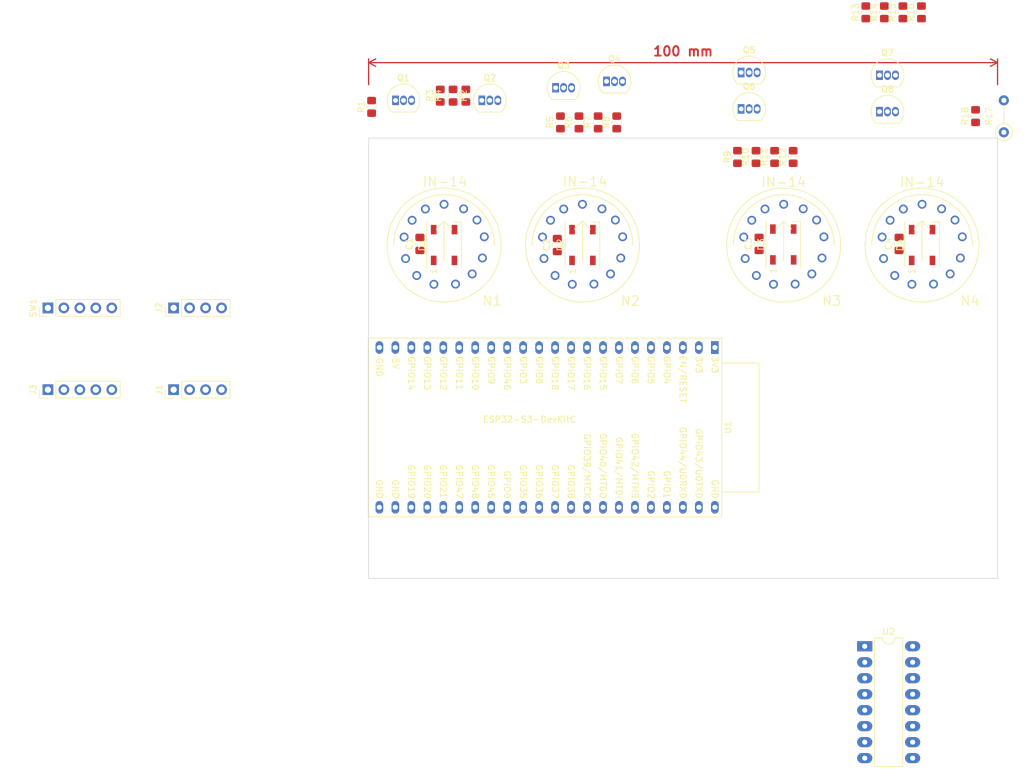
<source format=kicad_pcb>
(kicad_pcb (version 20221018) (generator pcbnew)

  (general
    (thickness 1.6)
  )

  (paper "A4")
  (layers
    (0 "F.Cu" signal)
    (31 "B.Cu" signal)
    (32 "B.Adhes" user "B.Adhesive")
    (33 "F.Adhes" user "F.Adhesive")
    (34 "B.Paste" user)
    (35 "F.Paste" user)
    (36 "B.SilkS" user "B.Silkscreen")
    (37 "F.SilkS" user "F.Silkscreen")
    (38 "B.Mask" user)
    (39 "F.Mask" user)
    (40 "Dwgs.User" user "User.Drawings")
    (41 "Cmts.User" user "User.Comments")
    (42 "Eco1.User" user "User.Eco1")
    (43 "Eco2.User" user "User.Eco2")
    (44 "Edge.Cuts" user)
    (45 "Margin" user)
    (46 "B.CrtYd" user "B.Courtyard")
    (47 "F.CrtYd" user "F.Courtyard")
    (48 "B.Fab" user)
    (49 "F.Fab" user)
    (50 "User.1" user)
    (51 "User.2" user)
    (52 "User.3" user)
    (53 "User.4" user)
    (54 "User.5" user)
    (55 "User.6" user)
    (56 "User.7" user)
    (57 "User.8" user)
    (58 "User.9" user)
  )

  (setup
    (stackup
      (layer "F.SilkS" (type "Top Silk Screen"))
      (layer "F.Paste" (type "Top Solder Paste"))
      (layer "F.Mask" (type "Top Solder Mask") (thickness 0.01))
      (layer "F.Cu" (type "copper") (thickness 0.035))
      (layer "dielectric 1" (type "core") (thickness 1.51) (material "FR4") (epsilon_r 4.5) (loss_tangent 0.02))
      (layer "B.Cu" (type "copper") (thickness 0.035))
      (layer "B.Mask" (type "Bottom Solder Mask") (thickness 0.01))
      (layer "B.Paste" (type "Bottom Solder Paste"))
      (layer "B.SilkS" (type "Bottom Silk Screen"))
      (copper_finish "None")
      (dielectric_constraints no)
    )
    (pad_to_mask_clearance 0)
    (grid_origin 50.8 50.8)
    (pcbplotparams
      (layerselection 0x00010fc_ffffffff)
      (plot_on_all_layers_selection 0x0000000_00000000)
      (disableapertmacros false)
      (usegerberextensions false)
      (usegerberattributes true)
      (usegerberadvancedattributes true)
      (creategerberjobfile true)
      (dashed_line_dash_ratio 12.000000)
      (dashed_line_gap_ratio 3.000000)
      (svgprecision 4)
      (plotframeref false)
      (viasonmask false)
      (mode 1)
      (useauxorigin false)
      (hpglpennumber 1)
      (hpglpenspeed 20)
      (hpglpendiameter 15.000000)
      (dxfpolygonmode true)
      (dxfimperialunits true)
      (dxfusepcbnewfont true)
      (psnegative false)
      (psa4output false)
      (plotreference true)
      (plotvalue true)
      (plotinvisibletext false)
      (sketchpadsonfab false)
      (subtractmaskfromsilk false)
      (outputformat 1)
      (mirror false)
      (drillshape 1)
      (scaleselection 1)
      (outputdirectory "")
    )
  )

  (net 0 "")
  (net 1 "+5V")
  (net 2 "/Horloge Nixie/USB_D-")
  (net 3 "/Horloge Nixie/USB_D+")
  (net 4 "GND")
  (net 5 "/Horloge Nixie/I2C_SCL")
  (net 6 "/Horloge Nixie/I2C_SDA")
  (net 7 "Net-(D1-DOUT)")
  (net 8 "HT")
  (net 9 "unconnected-(N1-RHDP-Pad2)")
  (net 10 "/Horloge Nixie/K0")
  (net 11 "/Horloge Nixie/K9")
  (net 12 "/Horloge Nixie/K8")
  (net 13 "/Horloge Nixie/K7")
  (net 14 "/Horloge Nixie/K6")
  (net 15 "/Horloge Nixie/K5")
  (net 16 "/Horloge Nixie/K4")
  (net 17 "/Horloge Nixie/K3")
  (net 18 "/Horloge Nixie/K2")
  (net 19 "/Horloge Nixie/K1")
  (net 20 "unconnected-(N1-LHDP-Pad13)")
  (net 21 "/Horloge Nixie/OUT_LEDs")
  (net 22 "unconnected-(N2-RHDP-Pad2)")
  (net 23 "unconnected-(N2-LHDP-Pad13)")
  (net 24 "unconnected-(N3-RHDP-Pad2)")
  (net 25 "unconnected-(N3-LHDP-Pad13)")
  (net 26 "unconnected-(N4-RHDP-Pad2)")
  (net 27 "unconnected-(N4-LHDP-Pad13)")
  (net 28 "Net-(Q1-C)")
  (net 29 "Net-(Q1-B)")
  (net 30 "Net-(Q2-C)")
  (net 31 "Net-(Q2-B)")
  (net 32 "Net-(Q3-C)")
  (net 33 "Net-(Q3-B)")
  (net 34 "Net-(Q4-C)")
  (net 35 "Net-(Q4-B)")
  (net 36 "Net-(Q5-B)")
  (net 37 "Net-(Q5-C)")
  (net 38 "Net-(Q6-B)")
  (net 39 "Net-(Q6-C)")
  (net 40 "Net-(Q7-B)")
  (net 41 "Net-(Q7-C)")
  (net 42 "Net-(Q8-B)")
  (net 43 "Net-(Q8-C)")
  (net 44 "H10")
  (net 45 "H01")
  (net 46 "M10")
  (net 47 "M01")
  (net 48 "Net-(D2-DOUT)")
  (net 49 "Net-(D3-DOUT)")
  (net 50 "unconnected-(D4-DOUT-Pad2)")
  (net 51 "/Horloge Nixie/A_M01")
  (net 52 "/Horloge Nixie/IN_PHOTO_R")
  (net 53 "unconnected-(U1-3V3-Pad1)")
  (net 54 "unconnected-(U1-CHIP_PU-Pad3)")
  (net 55 "/Horloge Nixie/BCD4")
  (net 56 "unconnected-(U1-GPIO15{slash}ADC2_CH4{slash}32K_P-Pad8)")
  (net 57 "unconnected-(U1-GPIO16{slash}ADC2_CH5{slash}32K_N-Pad9)")
  (net 58 "unconnected-(U1-GPIO17{slash}ADC2_CH6-Pad10)")
  (net 59 "unconnected-(U1-GPIO18{slash}ADC2_CH7-Pad11)")
  (net 60 "/Horloge Nixie/BCD3")
  (net 61 "unconnected-(U1-GPIO46-Pad14)")
  (net 62 "unconnected-(U1-GPIO9{slash}ADC1_CH8-Pad15)")
  (net 63 "unconnected-(U1-GPIO10{slash}ADC1_CH9-Pad16)")
  (net 64 "unconnected-(U1-GPIO11{slash}ADC2_CH0-Pad17)")
  (net 65 "unconnected-(U1-GPIO12{slash}ADC2_CH1-Pad18)")
  (net 66 "unconnected-(U1-GPIO13{slash}ADC2_CH2-Pad19)")
  (net 67 "unconnected-(U1-GPIO14{slash}ADC2_CH3-Pad20)")
  (net 68 "unconnected-(U1-GPIO47-Pad28)")
  (net 69 "unconnected-(U1-GPIO48-Pad29)")
  (net 70 "unconnected-(U1-GPIO45-Pad30)")
  (net 71 "unconnected-(U1-GPIO0-Pad31)")
  (net 72 "/Horloge Nixie/IN_ENC_A")
  (net 73 "/Horloge Nixie/IN_ENC_B")
  (net 74 "/Horloge Nixie/IN_ENC_SW")
  (net 75 "unconnected-(U1-GPIO38-Pad35)")
  (net 76 "unconnected-(U1-GPIO39{slash}MTCK-Pad36)")
  (net 77 "unconnected-(U1-GPIO40{slash}MTDO-Pad37)")
  (net 78 "/Horloge Nixie/BCD2")
  (net 79 "/Horloge Nixie/BCD1")
  (net 80 "unconnected-(U1-GPIO44{slash}U0RXD-Pad42)")

  (footprint "Capacitor_SMD:C_0805_2012Metric_Pad1.18x1.45mm_HandSolder" (layer "F.Cu") (at 112.881 67.6263 90))

  (footprint "MountingHole:MountingHole_3.2mm_M3" (layer "F.Cu") (at 145.8 115.8))

  (footprint "Resistor_SMD:R_0805_2012Metric_Pad1.20x1.40mm_HandSolder" (layer "F.Cu") (at 90.25 48.3 90))

  (footprint "Package_TO_SOT_THT:TO-92_Inline" (layer "F.Cu") (at 110.03 40.37))

  (footprint "Package_TO_SOT_THT:TO-92_Inline" (layer "F.Cu") (at 132.03 46.59))

  (footprint "Resistor_SMD:R_0805_2012Metric_Pad1.20x1.40mm_HandSolder" (layer "F.Cu") (at 115.35 53.8 90))

  (footprint "Resistor_THT:R_Axial_DIN0207_L6.3mm_D2.5mm_P5.08mm_Vertical" (layer "F.Cu") (at 151.8 49.88 90))

  (footprint "Resistor_SMD:R_0805_2012Metric_Pad1.20x1.40mm_HandSolder" (layer "F.Cu") (at 147.3 47.3 90))

  (footprint "Kicad-VFD-Nixies-master:IN-14-mod" (layer "F.Cu") (at 62.8 67.8))

  (footprint "Connector_PinHeader_2.54mm:PinHeader_1x04_P2.54mm_Vertical" (layer "F.Cu") (at 19.8 90.8 90))

  (footprint "Resistor_SMD:R_0805_2012Metric_Pad1.20x1.40mm_HandSolder" (layer "F.Cu") (at 62.196 44.054 90))

  (footprint "Kicad-VFD-Nixies-master:IN-14-mod" (layer "F.Cu") (at 138.8 67.8))

  (footprint "Capacitor_SMD:C_0805_2012Metric_Pad1.18x1.45mm_HandSolder" (layer "F.Cu") (at 80.8 67.8 90))

  (footprint "LED_SMD:LED_WS2812B_PLCC4_5.0x5.0mm_P3.2mm" (layer "F.Cu") (at 62.8 67.8 90))

  (footprint "MountingHole:MountingHole_3.2mm_M3" (layer "F.Cu") (at 55.8 55.8))

  (footprint "Resistor_SMD:R_0805_2012Metric_Pad1.20x1.40mm_HandSolder" (layer "F.Cu") (at 135.75 30.8 90))

  (footprint "Resistor_SMD:R_0805_2012Metric_Pad1.20x1.40mm_HandSolder" (layer "F.Cu") (at 109.45 53.8 90))

  (footprint "Resistor_SMD:R_0805_2012Metric_Pad1.20x1.40mm_HandSolder" (layer "F.Cu") (at 51.274 45.832 90))

  (footprint "Resistor_SMD:R_0805_2012Metric_Pad1.20x1.40mm_HandSolder" (layer "F.Cu") (at 66.26 44.054 90))

  (footprint "MountingHole:MountingHole_3.2mm_M3" (layer "F.Cu") (at 55.8 115.8))

  (footprint "Kicad-VFD-Nixies-master:IN-14-mod" (layer "F.Cu") (at 116.8 67.8))

  (footprint "Resistor_SMD:R_0805_2012Metric_Pad1.20x1.40mm_HandSolder" (layer "F.Cu") (at 81.3 48.3 90))

  (footprint "Capacitor_SMD:C_0805_2012Metric_Pad1.18x1.45mm_HandSolder" (layer "F.Cu") (at 58.9562 67.6263 90))

  (footprint "Resistor_SMD:R_0805_2012Metric_Pad1.20x1.40mm_HandSolder" (layer "F.Cu") (at 84.25 48.3 90))

  (footprint "Resistor_SMD:R_0805_2012Metric_Pad1.20x1.40mm_HandSolder" (layer "F.Cu") (at 64.228 44.054 -90))

  (footprint "LED_SMD:LED_WS2812B_PLCC4_5.0x5.0mm_P3.2mm" (layer "F.Cu") (at 138.8 67.8 90))

  (footprint "Capacitor_SMD:C_0805_2012Metric_Pad1.18x1.45mm_HandSolder" (layer "F.Cu") (at 135.1434 67.6263 90))

  (footprint "Resistor_SMD:R_0805_2012Metric_Pad1.20x1.40mm_HandSolder" (layer "F.Cu") (at 129.85 30.8 90))

  (footprint "Connector_PinHeader_2.54mm:PinHeader_1x05_P2.54mm_Vertical" (layer "F.Cu") (at -0.195 77.8 90))

  (footprint "Package_TO_SOT_THT:TO-92_Inline" (layer "F.Cu") (at 68.8 44.8))

  (footprint "Resistor_SMD:R_0805_2012Metric_Pad1.20x1.40mm_HandSolder" (layer "F.Cu") (at 132.8 30.8 90))

  (footprint "Resistor_SMD:R_0805_2012Metric_Pad1.20x1.40mm_HandSolder" (layer "F.Cu") (at 87.3 48.3 90))

  (footprint "Connector_PinHeader_2.54mm:PinHeader_1x04_P2.54mm_Vertical" (layer "F.Cu") (at 19.8 77.8 90))

  (footprint "Package_TO_SOT_THT:TO-92_Inline" (layer "F.Cu") (at 110.03 46.16))

  (footprint "Resistor_SMD:R_0805_2012Metric_Pad1.20x1.40mm_HandSolder" (layer "F.Cu") (at 112.4 53.8 90))

  (footprint "PCM_Espressif:ESP32-S3-DevKitC_Laurent" (layer "F.Cu") (at 105.85044 84.1 -90))

  (footprint "Kicad-VFD-Nixies-master:IN-14-mod" (layer "F.Cu") (at 84.8 67.8))

  (footprint "Package_DIP:DIP-16_W7.62mm_LongPads" (layer "F.Cu") (at 129.68 131.6))

  (footprint "Package_TO_SOT_THT:TO-92_Inline" (layer "F.Cu") (at 132.03 40.8))

  (footprint "Resistor_SMD:R_0805_2012Metric_Pad1.20x1.40mm_HandSolder" (layer "F.Cu") (at 138.7 30.8 90))

  (footprint "Package_TO_SOT_THT:TO-92_Inline" (layer "F.Cu") (at 55.084 44.8))

  (footprint "Package_TO_SOT_THT:TO-92_Inline" (layer "F.Cu") (at 80.53 42.8))

  (footprint "Package_TO_SOT_THT:TO-92_Inline" (layer "F.Cu") (at 88.63 41.784))

  (footprint "LED_SMD:LED_WS2812B_PLCC4_5.0x5.0mm_P3.2mm" (layer "F.Cu") (at 116.731 67.7138 90))

  (footprint "LED_SMD:LED_WS2812B_PLCC4_5.0x5.0mm_P3.2mm" (layer "F.Cu") (at 84.8 67.8 90))

  (footprint "Resistor_SMD:R_0805_2012Metric_Pad1.20x1.40mm_HandSolder" (layer "F.Cu") (at 118.3 53.8 90))

  (footprint "MountingHole:MountingHole_3.2mm_M3" (layer "F.Cu") (at 145.8 55.8))

  (footprint "Connector_PinHeader_2.54mm:PinHeader_1x05_P2.54mm_Vertical" (layer "F.Cu") (at -0.195 90.8 90))

  (gr_rect (start 50.8 50.8) (end 150.8 120.8)
    (stroke (width 0.1) (type default)) (fill none) (layer "Edge.Cuts") (tstamp 978ab02a-4d02-4f36-9c71-6b032c574b96))
  (dimension (type aligned) (layer "F.Cu") (tstamp 695fff3d-1e75-4196-aa04-10fc05075efa)
    (pts (xy 50.8 42.8) (xy 150.8 42.8))
    (height -4)
    (gr_text "100 mm" (at 100.8 37) (layer "F.Cu") (tstamp 695fff3d-1e75-4196-aa04-10fc05075efa)
      (effects (font (size 1.5 1.5) (thickness 0.3)))
    )
    (format (prefix "") (suffix "") (units 3) (units_format 1) (precision 0))
    (style (thickness 0.2) (arrow_length 1.27) (text_position_mode 0) (extension_height 0.58642) (extension_offset 0.5) keep_text_aligned)
  )
  (dimension (type aligned) (layer "Dwgs.User") (tstamp 10404ab6-f20f-48d5-a5b9-c84f81ea443d)
    (pts (xy 48.8 115.8) (xy 48.8 120.8))
    (height 3)
    (gr_text "5 mm" (at 43.8 117.8 90) (layer "Dwgs.User") (tstamp 10404ab6-f20f-48d5-a5b9-c84f81ea443d)
    
... [2362 chars truncated]
</source>
